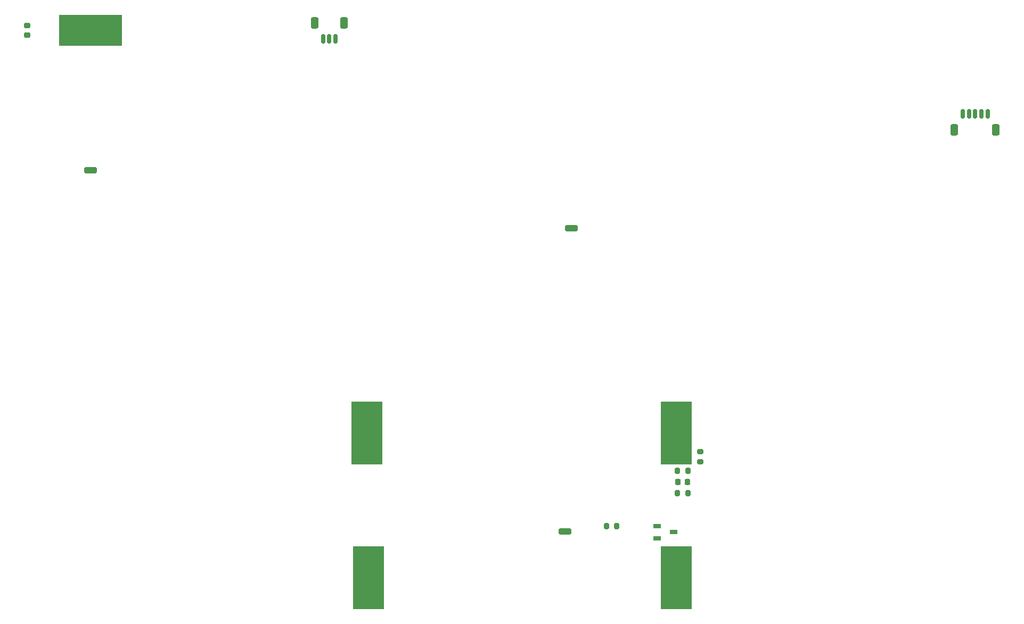
<source format=gtp>
G04 #@! TF.GenerationSoftware,KiCad,Pcbnew,7.0.9*
G04 #@! TF.CreationDate,2024-02-22T22:24:08+08:00*
G04 #@! TF.ProjectId,layer1,6c617965-7231-42e6-9b69-6361645f7063,1.1*
G04 #@! TF.SameCoordinates,Original*
G04 #@! TF.FileFunction,Paste,Top*
G04 #@! TF.FilePolarity,Positive*
%FSLAX46Y46*%
G04 Gerber Fmt 4.6, Leading zero omitted, Abs format (unit mm)*
G04 Created by KiCad (PCBNEW 7.0.9) date 2024-02-22 22:24:08*
%MOMM*%
%LPD*%
G01*
G04 APERTURE LIST*
G04 Aperture macros list*
%AMRoundRect*
0 Rectangle with rounded corners*
0 $1 Rounding radius*
0 $2 $3 $4 $5 $6 $7 $8 $9 X,Y pos of 4 corners*
0 Add a 4 corners polygon primitive as box body*
4,1,4,$2,$3,$4,$5,$6,$7,$8,$9,$2,$3,0*
0 Add four circle primitives for the rounded corners*
1,1,$1+$1,$2,$3*
1,1,$1+$1,$4,$5*
1,1,$1+$1,$6,$7*
1,1,$1+$1,$8,$9*
0 Add four rect primitives between the rounded corners*
20,1,$1+$1,$2,$3,$4,$5,0*
20,1,$1+$1,$4,$5,$6,$7,0*
20,1,$1+$1,$6,$7,$8,$9,0*
20,1,$1+$1,$8,$9,$2,$3,0*%
G04 Aperture macros list end*
%ADD10R,5.000000X10.000000*%
%ADD11R,1.220000X0.650000*%
%ADD12RoundRect,0.250000X0.750000X-0.250000X0.750000X0.250000X-0.750000X0.250000X-0.750000X-0.250000X0*%
%ADD13R,10.000000X5.000000*%
%ADD14RoundRect,0.225000X0.250000X-0.225000X0.250000X0.225000X-0.250000X0.225000X-0.250000X-0.225000X0*%
%ADD15RoundRect,0.225000X0.225000X0.250000X-0.225000X0.250000X-0.225000X-0.250000X0.225000X-0.250000X0*%
%ADD16RoundRect,0.150000X-0.150000X-0.625000X0.150000X-0.625000X0.150000X0.625000X-0.150000X0.625000X0*%
%ADD17RoundRect,0.250000X-0.350000X-0.650000X0.350000X-0.650000X0.350000X0.650000X-0.350000X0.650000X0*%
%ADD18RoundRect,0.150000X0.150000X0.625000X-0.150000X0.625000X-0.150000X-0.625000X0.150000X-0.625000X0*%
%ADD19RoundRect,0.250000X0.350000X0.650000X-0.350000X0.650000X-0.350000X-0.650000X0.350000X-0.650000X0*%
%ADD20RoundRect,0.200000X0.275000X-0.200000X0.275000X0.200000X-0.275000X0.200000X-0.275000X-0.200000X0*%
%ADD21RoundRect,0.200000X0.200000X0.275000X-0.200000X0.275000X-0.200000X-0.275000X0.200000X-0.275000X0*%
G04 APERTURE END LIST*
D10*
X150210000Y-212100000D03*
D11*
X147090000Y-203900000D03*
X147090000Y-205800000D03*
X149710000Y-204850000D03*
D12*
X132510000Y-204700000D03*
D10*
X150210000Y-189100000D03*
D13*
X57000000Y-125000000D03*
D14*
X47000000Y-125775000D03*
X47000000Y-124225000D03*
D12*
X133500000Y-156500000D03*
D15*
X151985000Y-196850000D03*
X150435000Y-196850000D03*
D16*
X94000000Y-126325000D03*
X95000000Y-126325000D03*
X96000000Y-126325000D03*
D17*
X92700000Y-123800000D03*
X97300000Y-123800000D03*
D18*
X199700000Y-138250000D03*
X198700000Y-138250000D03*
X197700000Y-138250000D03*
X196700000Y-138250000D03*
X195700000Y-138250000D03*
D19*
X201000000Y-140775000D03*
X194400000Y-140775000D03*
D12*
X57000000Y-147250000D03*
D10*
X100960000Y-189100000D03*
X101210000Y-212100000D03*
D20*
X153960000Y-193675000D03*
X153960000Y-192025000D03*
D21*
X140710000Y-203850000D03*
X139060000Y-203850000D03*
X152035000Y-198600000D03*
X150385000Y-198600000D03*
X152035000Y-195100000D03*
X150385000Y-195100000D03*
M02*

</source>
